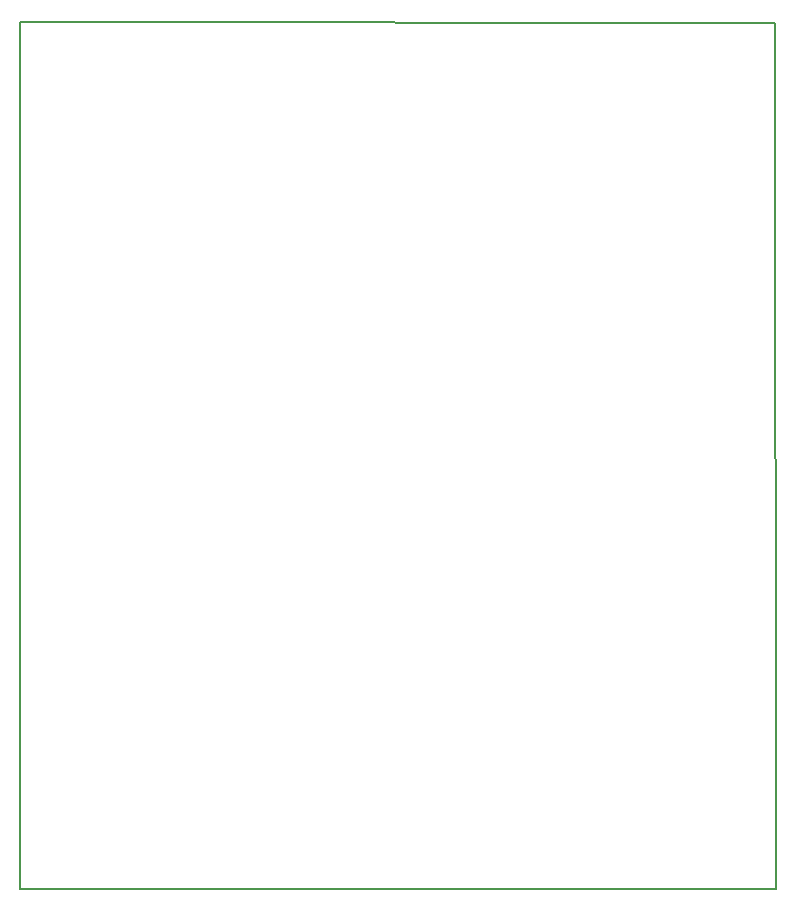
<source format=gbr>
G04 #@! TF.FileFunction,Profile,NP*
%FSLAX46Y46*%
G04 Gerber Fmt 4.6, Leading zero omitted, Abs format (unit mm)*
G04 Created by KiCad (PCBNEW 4.0.7) date 03/22/18 20:53:05*
%MOMM*%
%LPD*%
G01*
G04 APERTURE LIST*
%ADD10C,0.100000*%
%ADD11C,0.150000*%
G04 APERTURE END LIST*
D10*
D11*
X-25000Y0D02*
X-75000Y73400000D01*
X63925000Y0D02*
X-25000Y0D01*
X63850000Y73325000D02*
X63925000Y0D01*
X-75000Y73400000D02*
X63850000Y73375000D01*
M02*

</source>
